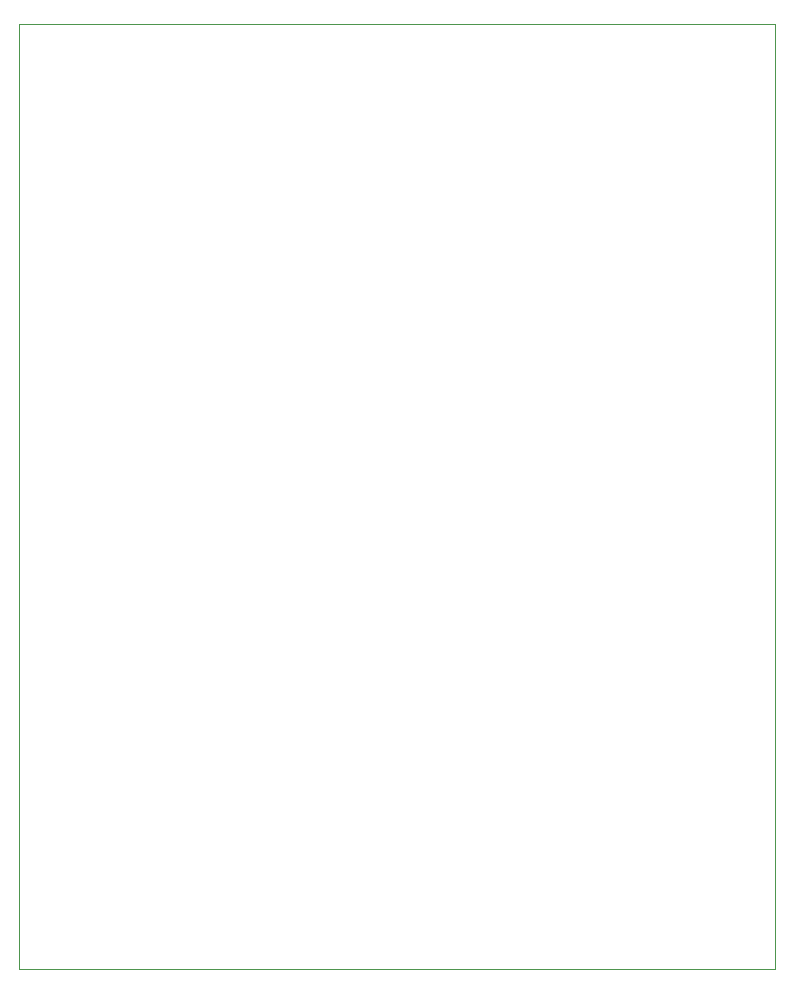
<source format=gm1>
%TF.GenerationSoftware,KiCad,Pcbnew,9.0.6*%
%TF.CreationDate,2025-12-09T13:44:13+01:00*%
%TF.ProjectId,PCB Schematic Eclipse 1,50434220-5363-4686-956d-617469632045,rev?*%
%TF.SameCoordinates,Original*%
%TF.FileFunction,Profile,NP*%
%FSLAX46Y46*%
G04 Gerber Fmt 4.6, Leading zero omitted, Abs format (unit mm)*
G04 Created by KiCad (PCBNEW 9.0.6) date 2025-12-09 13:44:13*
%MOMM*%
%LPD*%
G01*
G04 APERTURE LIST*
%TA.AperFunction,Profile*%
%ADD10C,0.050000*%
%TD*%
G04 APERTURE END LIST*
D10*
X114000000Y-67000000D02*
X178000000Y-67000000D01*
X178000000Y-147000000D01*
X114000000Y-147000000D01*
X114000000Y-67000000D01*
M02*

</source>
